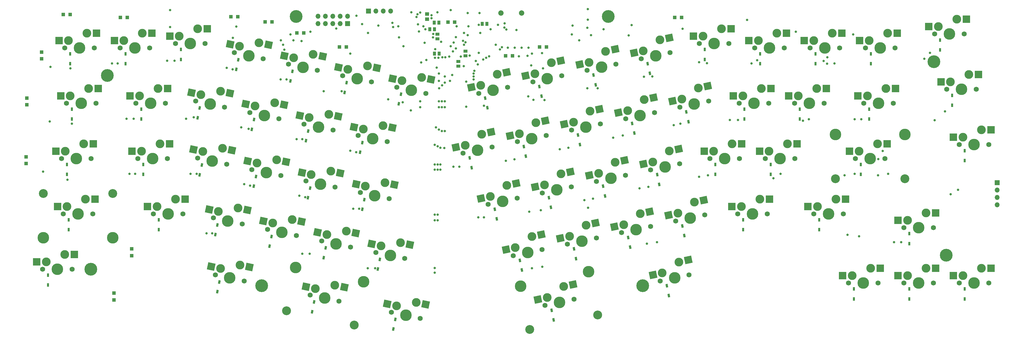
<source format=gbr>
%TF.GenerationSoftware,KiCad,Pcbnew,(6.0.7)*%
%TF.CreationDate,2022-10-19T12:52:43-04:00*%
%TF.ProjectId,main-keyboard-pcb,6d61696e-2d6b-4657-9962-6f6172642d70,1.0*%
%TF.SameCoordinates,Original*%
%TF.FileFunction,Soldermask,Bot*%
%TF.FilePolarity,Negative*%
%FSLAX46Y46*%
G04 Gerber Fmt 4.6, Leading zero omitted, Abs format (unit mm)*
G04 Created by KiCad (PCBNEW (6.0.7)) date 2022-10-19 12:52:43*
%MOMM*%
%LPD*%
G01*
G04 APERTURE LIST*
G04 Aperture macros list*
%AMRotRect*
0 Rectangle, with rotation*
0 The origin of the aperture is its center*
0 $1 length*
0 $2 width*
0 $3 Rotation angle, in degrees counterclockwise*
0 Add horizontal line*
21,1,$1,$2,0,0,$3*%
G04 Aperture macros list end*
%ADD10C,3.000000*%
%ADD11C,1.750000*%
%ADD12C,3.987800*%
%ADD13R,2.550000X2.500000*%
%ADD14RotRect,2.550000X2.500000X348.000000*%
%ADD15C,4.400000*%
%ADD16RotRect,2.550000X2.500000X12.000000*%
%ADD17C,3.048000*%
%ADD18R,1.700000X1.700000*%
%ADD19O,1.700000X1.700000*%
%ADD20C,1.850000*%
%ADD21R,1.150000X1.150000*%
%ADD22RotRect,0.750000X1.200000X348.000000*%
%ADD23RotRect,0.750000X1.200000X12.000000*%
%ADD24R,0.750000X1.200000*%
%ADD25R,1.020000X1.470000*%
%ADD26R,1.470000X1.020000*%
%ADD27R,1.450000X1.150000*%
%ADD28C,0.800000*%
G04 APERTURE END LIST*
D10*
%TO.C,SW52*%
X298336650Y-109563633D03*
D11*
X300876650Y-114643633D03*
D10*
X291986650Y-112103633D03*
D11*
X290716650Y-114643633D03*
D12*
X295796650Y-114643633D03*
D13*
X288711650Y-112103633D03*
X301638650Y-109563633D03*
%TD*%
D11*
%TO.C,SW16*%
X132391698Y-119984389D03*
D10*
X130963394Y-114487304D03*
X124224061Y-115651559D03*
D11*
X122453718Y-117872006D03*
D12*
X127422708Y-118928198D03*
D14*
X121020628Y-114970649D03*
X134193238Y-115173828D03*
%TD*%
D15*
%TO.C,H7*%
X357716650Y-100356149D03*
%TD*%
D10*
%TO.C,SW20*%
X142857771Y-119612286D03*
D11*
X151025408Y-123945116D03*
X141087428Y-121832733D03*
D12*
X146056418Y-122888925D03*
D10*
X149597104Y-118448031D03*
D14*
X139654338Y-118931376D03*
X152826948Y-119134555D03*
%TD*%
D12*
%TO.C,SW44*%
X265289544Y-136571056D03*
D10*
X266717847Y-131073971D03*
D11*
X270258534Y-135514865D03*
D10*
X261034706Y-134878705D03*
D11*
X260320554Y-137627247D03*
D16*
X257831272Y-135559615D03*
X269947691Y-130387446D03*
%TD*%
D10*
%TO.C,SW42*%
X244821242Y-96777038D03*
D12*
X243392939Y-102274123D03*
D10*
X239138101Y-100581772D03*
D11*
X238423949Y-103330314D03*
X248361929Y-101217932D03*
D16*
X235934667Y-101262682D03*
X248051086Y-96090513D03*
%TD*%
D10*
%TO.C,SW47*%
X257771812Y-96621054D03*
D11*
X257057660Y-99369596D03*
D10*
X263454953Y-92816320D03*
D12*
X262026650Y-98313405D03*
D11*
X266995640Y-97257214D03*
D16*
X254568378Y-97301964D03*
X266684797Y-92129795D03*
%TD*%
D15*
%TO.C,H4*%
X126496086Y-177483001D03*
%TD*%
D11*
%TO.C,SW58*%
X338491599Y-176556136D03*
D10*
X329601599Y-174016136D03*
D11*
X328331599Y-176556136D03*
D12*
X333411599Y-176556136D03*
D10*
X335951599Y-171476136D03*
D13*
X326326599Y-174016136D03*
X339253599Y-171476136D03*
%TD*%
D10*
%TO.C,SW1*%
X60066650Y-93053633D03*
D11*
X58796650Y-95593633D03*
D10*
X66416650Y-90513633D03*
D12*
X63876650Y-95593633D03*
D11*
X68956650Y-95593633D03*
D13*
X56791650Y-93053633D03*
X69718650Y-90513633D03*
%TD*%
D11*
%TO.C,SW3*%
X57712900Y-133693633D03*
D12*
X62792900Y-133693633D03*
D10*
X65332900Y-128613633D03*
X58982900Y-131153633D03*
D11*
X67872900Y-133693633D03*
D13*
X55707900Y-131153633D03*
X68634900Y-128613633D03*
%TD*%
D10*
%TO.C,SW10*%
X104516650Y-89013248D03*
D11*
X107056650Y-94093248D03*
D12*
X101976650Y-94093248D03*
D10*
X98166650Y-91553248D03*
D11*
X96896650Y-94093248D03*
D13*
X94891650Y-91553248D03*
X107818650Y-89013248D03*
%TD*%
D11*
%TO.C,SW31*%
X214357399Y-147397018D03*
D12*
X209388409Y-148453209D03*
D10*
X210816712Y-142956124D03*
X205133571Y-146760858D03*
D11*
X204419419Y-149509400D03*
D16*
X201930137Y-147441768D03*
X214046556Y-142269599D03*
%TD*%
D10*
%TO.C,SW27*%
X174284562Y-162646720D03*
X167545229Y-163810975D03*
D12*
X170743876Y-167087614D03*
D11*
X175712866Y-168143805D03*
X165774886Y-166031422D03*
D14*
X164341796Y-163130065D03*
X177514406Y-163333244D03*
%TD*%
D10*
%TO.C,SW38*%
X220504389Y-104542489D03*
D11*
X229728217Y-105178649D03*
X219790237Y-107291031D03*
D12*
X224759227Y-106234840D03*
D10*
X226187530Y-100737755D03*
D16*
X217300955Y-105223399D03*
X229417374Y-100051230D03*
%TD*%
D11*
%TO.C,SW40*%
X251624822Y-139475583D03*
X241686842Y-141587965D03*
D10*
X248084135Y-135034689D03*
X242400994Y-138839423D03*
D12*
X246655832Y-140531774D03*
D16*
X239197560Y-139520333D03*
X251313979Y-134348164D03*
%TD*%
D12*
%TO.C,SW39*%
X238036711Y-122888222D03*
D11*
X243005701Y-121832031D03*
D10*
X233781873Y-121195871D03*
D11*
X233067721Y-123944413D03*
D10*
X239465014Y-117391137D03*
D16*
X230578439Y-121876781D03*
X242694858Y-116704612D03*
%TD*%
D17*
%TO.C,SW57*%
X323854900Y-140678633D03*
D11*
X340872900Y-133693633D03*
D10*
X331982900Y-131153633D03*
X338332900Y-128613633D03*
D12*
X335792900Y-133693633D03*
X323854900Y-125438633D03*
D11*
X330712900Y-133693633D03*
D12*
X347730900Y-125438633D03*
D17*
X347730900Y-140678633D03*
D13*
X328707900Y-131153633D03*
X341634900Y-128613633D03*
%TD*%
D10*
%TO.C,SW62*%
X355001599Y-171476136D03*
D12*
X352461599Y-176556136D03*
D11*
X347381599Y-176556136D03*
X357541599Y-176556136D03*
D10*
X348651599Y-174016136D03*
D13*
X345376599Y-174016136D03*
X358303599Y-171476136D03*
%TD*%
D11*
%TO.C,SW30*%
X205738278Y-129753466D03*
X195800298Y-131865848D03*
D10*
X196514450Y-129117306D03*
X202197591Y-125312572D03*
D12*
X200769288Y-130809657D03*
D16*
X193311016Y-129798216D03*
X205427435Y-124626047D03*
%TD*%
D12*
%TO.C,SW23*%
X161542876Y-176168016D03*
D10*
X151690125Y-177319680D03*
D11*
X153118429Y-182816766D03*
D12*
X148149439Y-181760575D03*
D17*
X135020050Y-186110886D03*
D11*
X143180449Y-180704383D03*
D10*
X144950792Y-178483936D03*
D17*
X158374302Y-191074985D03*
D12*
X138188624Y-171203916D03*
D14*
X141747359Y-177803025D03*
X154919969Y-178006205D03*
%TD*%
D10*
%TO.C,SW9*%
X90526650Y-150203633D03*
D11*
X89256650Y-152743633D03*
D10*
X96876650Y-147663633D03*
D11*
X99416650Y-152743633D03*
D12*
X94336650Y-152743633D03*
D13*
X87251650Y-150203633D03*
X100178650Y-147663633D03*
%TD*%
D18*
%TO.C,J1*%
X156020000Y-87246000D03*
D19*
X156020000Y-84706000D03*
X153480000Y-87246000D03*
X153480000Y-84706000D03*
X150940000Y-87246000D03*
X150940000Y-84706000D03*
X148400000Y-87246000D03*
X148400000Y-84706000D03*
X145860000Y-87246000D03*
X145860000Y-84706000D03*
%TD*%
D12*
%TO.C,SW60*%
X338666650Y-114643633D03*
D10*
X334856650Y-112103633D03*
D11*
X333586650Y-114643633D03*
X343746650Y-114643633D03*
D10*
X341206650Y-109563633D03*
D13*
X331581650Y-112103633D03*
X344508650Y-109563633D03*
%TD*%
D11*
%TO.C,SW2*%
X69556650Y-114643633D03*
D12*
X64476650Y-114643633D03*
D11*
X59396650Y-114643633D03*
D10*
X60666650Y-112103633D03*
X67016650Y-109563633D03*
D13*
X57391650Y-112103633D03*
X70318650Y-109563633D03*
%TD*%
D15*
%TO.C,H3*%
X138363870Y-84806142D03*
%TD*%
D12*
%TO.C,SW43*%
X256670423Y-118927504D03*
D10*
X252415585Y-117235153D03*
D11*
X251701433Y-119983695D03*
X261639413Y-117871313D03*
D10*
X258098726Y-113430419D03*
D16*
X249212151Y-117916063D03*
X261328570Y-112743894D03*
%TD*%
D11*
%TO.C,SW34*%
X214434009Y-127905130D03*
X224371989Y-125792748D03*
D10*
X220831302Y-121351854D03*
X215148161Y-125156588D03*
D12*
X219402999Y-126848939D03*
D16*
X211944727Y-125837498D03*
X224061146Y-120665329D03*
%TD*%
D10*
%TO.C,SW67*%
X374051599Y-171476136D03*
D12*
X371511599Y-176556136D03*
D11*
X366431599Y-176556136D03*
X376591599Y-176556136D03*
D10*
X367701599Y-174016136D03*
D13*
X364426599Y-174016136D03*
X377353599Y-171476136D03*
%TD*%
D10*
%TO.C,SW22*%
X148911519Y-159850248D03*
D11*
X157079156Y-164183078D03*
D12*
X152110166Y-163126887D03*
D10*
X155650852Y-158685993D03*
D11*
X147141176Y-162070695D03*
D14*
X145708086Y-159169338D03*
X158880696Y-159372517D03*
%TD*%
D10*
%TO.C,SW18*%
X137017143Y-154725266D03*
D12*
X133476457Y-159166160D03*
D11*
X128507467Y-158109968D03*
X138445447Y-160222351D03*
D10*
X130277810Y-155889521D03*
D14*
X127074377Y-155208611D03*
X140246987Y-155411790D03*
%TD*%
D11*
%TO.C,SW25*%
X159721138Y-125793460D03*
D10*
X168230814Y-122408758D03*
D11*
X169659118Y-127905843D03*
D10*
X161491481Y-123573013D03*
D12*
X164690128Y-126849652D03*
D14*
X158288048Y-122892103D03*
X171460658Y-123095282D03*
%TD*%
D10*
%TO.C,SW7*%
X84476650Y-112103633D03*
D11*
X83206650Y-114643633D03*
D10*
X90826650Y-109563633D03*
D12*
X88286650Y-114643633D03*
D11*
X93366650Y-114643633D03*
D13*
X81201650Y-112103633D03*
X94128650Y-109563633D03*
%TD*%
D15*
%TO.C,H5*%
X245729435Y-84806142D03*
%TD*%
D11*
%TO.C,SW41*%
X260243943Y-157119135D03*
X250305963Y-159231517D03*
D10*
X251020115Y-156482975D03*
X256703256Y-152678241D03*
D12*
X255274953Y-158175326D03*
D16*
X247816681Y-157163885D03*
X259933100Y-151991716D03*
%TD*%
D20*
%TO.C,J3*%
X215919000Y-83566000D03*
X208769000Y-83566000D03*
%TD*%
D11*
%TO.C,SW14*%
X120509438Y-175885514D03*
D12*
X115540448Y-174829322D03*
D10*
X119081134Y-170388428D03*
D11*
X110571458Y-173773131D03*
D10*
X112341801Y-171552684D03*
D14*
X109138368Y-170871773D03*
X122310978Y-171074952D03*
%TD*%
D15*
%TO.C,H8*%
X361986599Y-167031136D03*
%TD*%
D12*
%TO.C,SW36*%
X236641242Y-162136043D03*
D11*
X231672252Y-163192234D03*
X241610232Y-161079852D03*
D10*
X238069545Y-156638958D03*
X232386404Y-160443692D03*
D16*
X229182970Y-161124602D03*
X241299389Y-155952433D03*
%TD*%
D18*
%TO.C,J2*%
X163271200Y-82956400D03*
D19*
X165811200Y-82956400D03*
X168351200Y-82956400D03*
X170891200Y-82956400D03*
%TD*%
D18*
%TO.C,J4*%
X379476000Y-141986000D03*
D19*
X379476000Y-144526000D03*
X379476000Y-147066000D03*
X379476000Y-149606000D03*
%TD*%
D10*
%TO.C,SW51*%
X284646650Y-89013248D03*
D11*
X277026650Y-94093248D03*
D10*
X278296650Y-91553248D03*
D12*
X282106650Y-94093248D03*
D11*
X287186650Y-94093248D03*
D13*
X275021650Y-91553248D03*
X287948650Y-89013248D03*
%TD*%
D10*
%TO.C,SW54*%
X324045419Y-147663631D03*
D12*
X321505419Y-152743631D03*
D11*
X326585419Y-152743631D03*
X316425419Y-152743631D03*
D10*
X317695419Y-150203631D03*
D13*
X314420419Y-150203631D03*
X327347419Y-147663631D03*
%TD*%
D11*
%TO.C,SW63*%
X344336650Y-95593633D03*
X334176650Y-95593633D03*
D10*
X341796650Y-90513633D03*
X335446650Y-93053633D03*
D12*
X339256650Y-95593633D03*
D13*
X332171650Y-93053633D03*
X345098650Y-90513633D03*
%TD*%
D11*
%TO.C,SW19*%
X135731377Y-101218655D03*
D12*
X140700367Y-102274847D03*
D11*
X145669357Y-103331038D03*
D10*
X144241053Y-97833953D03*
X137501720Y-98998208D03*
D14*
X134298287Y-98317298D03*
X147470897Y-98520477D03*
%TD*%
D10*
%TO.C,SW55*%
X303696650Y-90513633D03*
X297346650Y-93053633D03*
D12*
X301156650Y-95593633D03*
D11*
X306236650Y-95593633D03*
X296076650Y-95593633D03*
D13*
X294071650Y-93053633D03*
X306998650Y-90513633D03*
%TD*%
D12*
%TO.C,SW53*%
X304836650Y-133693633D03*
D11*
X299756650Y-133693633D03*
X309916650Y-133693633D03*
D10*
X301026650Y-131153633D03*
X307376650Y-128613633D03*
D13*
X297751650Y-131153633D03*
X310678650Y-128613633D03*
%TD*%
D10*
%TO.C,SW50*%
X291501669Y-150203631D03*
D11*
X300391669Y-152743631D03*
D12*
X295311669Y-152743631D03*
D10*
X297851669Y-147663631D03*
D11*
X290231669Y-152743631D03*
D13*
X288226669Y-150203631D03*
X301153669Y-147663631D03*
%TD*%
D10*
%TO.C,SW28*%
X179640699Y-183260749D03*
D11*
X171131023Y-186645451D03*
D10*
X172901366Y-184425004D03*
D11*
X181069003Y-188757834D03*
D12*
X176100013Y-187701643D03*
D14*
X169697933Y-183744094D03*
X182870543Y-183947273D03*
%TD*%
D15*
%TO.C,H1*%
X73401650Y-105118633D03*
%TD*%
D12*
%TO.C,SW45*%
X273908665Y-154214608D03*
D11*
X268939675Y-155270799D03*
D10*
X269653827Y-152522257D03*
X275336968Y-148717523D03*
D11*
X278877655Y-153158417D03*
D16*
X266450393Y-153203167D03*
X278566812Y-148030998D03*
%TD*%
D11*
%TO.C,SW49*%
X280706650Y-133693633D03*
D12*
X285786650Y-133693633D03*
D11*
X290866650Y-133693633D03*
D10*
X288326650Y-128613633D03*
X281976650Y-131153633D03*
D13*
X278701650Y-131153633D03*
X291628650Y-128613633D03*
%TD*%
D12*
%TO.C,SW5*%
X56246650Y-171793633D03*
D10*
X52436650Y-169253633D03*
X58786650Y-166713633D03*
D11*
X61326650Y-171793633D03*
X51166650Y-171793633D03*
D13*
X49161650Y-169253633D03*
X62088650Y-166713633D03*
%TD*%
D10*
%TO.C,SW61*%
X348651599Y-154966136D03*
D12*
X352461599Y-157506136D03*
D11*
X347381599Y-157506136D03*
X357541599Y-157506136D03*
D10*
X355001599Y-152426136D03*
D13*
X345376599Y-154966136D03*
X358303599Y-152426136D03*
%TD*%
D10*
%TO.C,SW8*%
X85176650Y-131153633D03*
D12*
X88986650Y-133693633D03*
D10*
X91526650Y-128613633D03*
D11*
X94066650Y-133693633D03*
X83906650Y-133693633D03*
D13*
X81901650Y-131153633D03*
X94828650Y-128613633D03*
%TD*%
D10*
%TO.C,SW26*%
X168928481Y-142032652D03*
D11*
X170356785Y-147529737D03*
X160418805Y-145417354D03*
D12*
X165387795Y-146473546D03*
D10*
X162189148Y-143196907D03*
D14*
X158985715Y-142515997D03*
X172158325Y-142719176D03*
%TD*%
D12*
%TO.C,SW37*%
X228955916Y-183245171D03*
D11*
X233924905Y-182188980D03*
D17*
X242085305Y-187595482D03*
X218731053Y-192559582D03*
D12*
X215562479Y-177652612D03*
D10*
X224701078Y-181552820D03*
X230384219Y-177748086D03*
D11*
X223986926Y-184301362D03*
D12*
X238916731Y-172688513D03*
D16*
X221497644Y-182233730D03*
X233614062Y-177061561D03*
%TD*%
D12*
%TO.C,SW13*%
X114842747Y-155205434D03*
D10*
X118383433Y-150764540D03*
D11*
X109873757Y-154149242D03*
X119811737Y-156261625D03*
D10*
X111644100Y-151928795D03*
D14*
X108440667Y-151247885D03*
X121613277Y-151451064D03*
%TD*%
D15*
%TO.C,H6*%
X257596916Y-177482353D03*
%TD*%
D11*
%TO.C,SW59*%
X315126650Y-95593633D03*
D10*
X322746650Y-90513633D03*
D12*
X320206650Y-95593633D03*
D11*
X325286650Y-95593633D03*
D10*
X316396650Y-93053633D03*
D13*
X313121650Y-93053633D03*
X326048650Y-90513633D03*
%TD*%
D12*
%TO.C,SW66*%
X371511599Y-128931152D03*
D11*
X376591599Y-128931152D03*
D10*
X367701599Y-126391152D03*
X374051599Y-123851152D03*
D11*
X366431599Y-128931152D03*
D13*
X364426599Y-126391152D03*
X377353599Y-123851152D03*
%TD*%
D12*
%TO.C,SW4*%
X51442400Y-160998633D03*
D11*
X68460400Y-152743633D03*
D12*
X63380400Y-152743633D03*
D17*
X75318400Y-145758633D03*
D12*
X75318400Y-160998633D03*
D10*
X59570400Y-150203633D03*
D11*
X58300400Y-152743633D03*
D17*
X51442400Y-145758633D03*
D10*
X65920400Y-147663633D03*
D13*
X56295400Y-150203633D03*
X69222400Y-147663633D03*
%TD*%
D10*
%TO.C,SW11*%
X105590351Y-111690833D03*
X112329684Y-110526578D03*
D11*
X113757988Y-116023663D03*
X103820008Y-113911280D03*
D12*
X108788998Y-114967472D03*
D14*
X102386918Y-111009923D03*
X115559528Y-111213102D03*
%TD*%
D10*
%TO.C,SW21*%
X150294771Y-138071925D03*
X143555438Y-139236180D03*
D11*
X151723075Y-143569010D03*
D12*
X146754085Y-142512819D03*
D11*
X141785095Y-141456627D03*
D14*
X140352005Y-138555270D03*
X153524615Y-138758449D03*
%TD*%
D10*
%TO.C,SW65*%
X363431650Y-107341149D03*
D12*
X367241650Y-109881149D03*
D10*
X369781650Y-104801149D03*
D11*
X362161650Y-109881149D03*
X372321650Y-109881149D03*
D13*
X360156650Y-107341149D03*
X373083650Y-104801149D03*
%TD*%
D10*
%TO.C,SW32*%
X219435833Y-160599676D03*
D11*
X213038540Y-167152952D03*
X222976520Y-165040570D03*
D12*
X218007530Y-166096761D03*
D10*
X213752692Y-164404410D03*
D16*
X210549258Y-165085320D03*
X222665677Y-159913151D03*
%TD*%
D11*
%TO.C,SW12*%
X114455655Y-135647556D03*
D10*
X106288018Y-131314726D03*
D12*
X109486665Y-134591365D03*
D10*
X113027351Y-130150471D03*
D11*
X104517675Y-133535173D03*
D14*
X103084585Y-130633816D03*
X116257195Y-130836995D03*
%TD*%
D11*
%TO.C,SW64*%
X357989192Y-90831142D03*
X368149192Y-90831142D03*
D10*
X365609192Y-85751142D03*
X359259192Y-88291142D03*
D12*
X363069192Y-90831142D03*
D13*
X355984192Y-88291142D03*
X368911192Y-85751142D03*
%TD*%
D11*
%TO.C,SW46*%
X273521542Y-173772467D03*
D10*
X269980855Y-169331573D03*
X264297714Y-173136307D03*
D11*
X263583562Y-175884850D03*
D12*
X268552552Y-174828659D03*
D16*
X261094280Y-173817218D03*
X273210699Y-168645049D03*
%TD*%
D11*
%TO.C,SW17*%
X133089365Y-139608283D03*
D12*
X128120375Y-138552092D03*
D10*
X124921728Y-135275453D03*
X131661061Y-134111198D03*
D11*
X123151385Y-137495900D03*
D14*
X121718295Y-134594543D03*
X134890905Y-134797722D03*
%TD*%
D11*
%TO.C,SW35*%
X223053130Y-145548682D03*
D12*
X228022120Y-144492491D03*
D10*
X229450423Y-138995406D03*
X223767282Y-142800140D03*
D11*
X232991110Y-143436300D03*
D16*
X220563848Y-143481050D03*
X232680267Y-138308881D03*
%TD*%
D10*
%TO.C,SW48*%
X276732438Y-109469701D03*
D11*
X270335145Y-116022977D03*
D10*
X271049297Y-113274435D03*
D12*
X275304135Y-114966786D03*
D11*
X280273125Y-113910595D03*
D16*
X267845863Y-113955345D03*
X279962282Y-108783176D03*
%TD*%
D12*
%TO.C,SW29*%
X177967791Y-110196282D03*
D10*
X174769144Y-106919643D03*
D11*
X182936781Y-111252473D03*
D10*
X181508477Y-105755388D03*
D11*
X172998801Y-109140090D03*
D14*
X171565711Y-106238733D03*
X184738321Y-106441912D03*
%TD*%
D12*
%TO.C,SW56*%
X314846650Y-114643633D03*
D10*
X311036650Y-112103633D03*
D11*
X309766650Y-114643633D03*
X319926650Y-114643633D03*
D10*
X317386650Y-109563633D03*
D13*
X307761650Y-112103633D03*
X320688650Y-109563633D03*
%TD*%
D12*
%TO.C,SW24*%
X159334079Y-106235565D03*
D10*
X162874765Y-101794671D03*
X156135432Y-102958926D03*
D11*
X164303069Y-107291756D03*
X154365089Y-105179373D03*
D14*
X152931999Y-102278016D03*
X166104609Y-102481195D03*
%TD*%
D12*
%TO.C,SW15*%
X122066656Y-98314129D03*
D11*
X127035646Y-99370320D03*
D10*
X125607342Y-93873235D03*
X118868009Y-95037490D03*
D11*
X117097666Y-97257937D03*
D14*
X115664576Y-94356580D03*
X128837186Y-94559759D03*
%TD*%
D10*
%TO.C,SW33*%
X207553818Y-104698473D03*
X201870677Y-108503207D03*
D12*
X206125515Y-110195558D03*
D11*
X201156525Y-111251749D03*
X211094505Y-109139367D03*
D16*
X198667243Y-109184117D03*
X210783662Y-104011948D03*
%TD*%
D15*
%TO.C,H2*%
X67734150Y-171793633D03*
%TD*%
D11*
%TO.C,SW6*%
X77846650Y-95593633D03*
D10*
X85466650Y-90513633D03*
D11*
X88006650Y-95593633D03*
D10*
X79116650Y-93053633D03*
D12*
X82926650Y-95593633D03*
D13*
X75841650Y-93053633D03*
X88768650Y-90513633D03*
%TD*%
D21*
%TO.C,R16*%
X80264000Y-85090000D03*
X77914000Y-85090000D03*
%TD*%
D22*
%TO.C,D25*%
X160400181Y-131535288D03*
X161107081Y-128209586D03*
%TD*%
D23*
%TO.C,D46*%
X266536802Y-180855010D03*
X265829902Y-177529308D03*
%TD*%
D24*
%TO.C,D59*%
X316981650Y-101068633D03*
X316981650Y-97668633D03*
%TD*%
D22*
%TO.C,D13*%
X110552800Y-159891070D03*
X111259700Y-156565368D03*
%TD*%
D24*
%TO.C,D7*%
X85061650Y-120118633D03*
X85061650Y-116718633D03*
%TD*%
D22*
%TO.C,D18*%
X129186510Y-163851796D03*
X129893410Y-160526094D03*
%TD*%
D21*
%TO.C,R11*%
X45720000Y-115221000D03*
X45720000Y-112871000D03*
%TD*%
D24*
%TO.C,D2*%
X61251650Y-120118633D03*
X61251650Y-116718633D03*
%TD*%
D22*
%TO.C,D26*%
X161097848Y-151159182D03*
X161804748Y-147833480D03*
%TD*%
D21*
%TO.C,R14*%
X75692000Y-182372000D03*
X75692000Y-180022000D03*
%TD*%
D24*
%TO.C,D67*%
X368286599Y-182031136D03*
X368286599Y-178631136D03*
%TD*%
D23*
%TO.C,D41*%
X253259188Y-164201680D03*
X252552288Y-160875978D03*
%TD*%
D21*
%TO.C,R23*%
X212757000Y-98298000D03*
X210407000Y-98298000D03*
%TD*%
D25*
%TO.C,C14*%
X185890000Y-86868000D03*
X187490000Y-86868000D03*
%TD*%
D24*
%TO.C,D57*%
X332567900Y-139168633D03*
X332567900Y-135768633D03*
%TD*%
D22*
%TO.C,D16*%
X123132761Y-123613834D03*
X123839661Y-120288132D03*
%TD*%
D21*
%TO.C,R13*%
X81788000Y-167132000D03*
X81788000Y-164782000D03*
%TD*%
D22*
%TO.C,D17*%
X123830428Y-143237728D03*
X124537328Y-139912026D03*
%TD*%
D24*
%TO.C,D8*%
X85761650Y-139168633D03*
X85761650Y-135768633D03*
%TD*%
D23*
%TO.C,D36*%
X234625477Y-168162397D03*
X233918577Y-164836695D03*
%TD*%
D24*
%TO.C,D64*%
X359844192Y-96306142D03*
X359844192Y-92906142D03*
%TD*%
D22*
%TO.C,D29*%
X173677844Y-114881918D03*
X174384744Y-111556216D03*
%TD*%
D24*
%TO.C,D62*%
X349236599Y-182031136D03*
X349236599Y-178631136D03*
%TD*%
D23*
%TO.C,D33*%
X204109750Y-116221912D03*
X203402850Y-112896210D03*
%TD*%
D22*
%TO.C,D12*%
X105196718Y-139277001D03*
X105903618Y-135951299D03*
%TD*%
D21*
%TO.C,R24*%
X222091000Y-95250000D03*
X224441000Y-95250000D03*
%TD*%
D23*
%TO.C,D45*%
X271892900Y-160240962D03*
X271186000Y-156915260D03*
%TD*%
D22*
%TO.C,D23*%
X143859493Y-186446233D03*
X144566393Y-183120531D03*
%TD*%
D26*
%TO.C,C1*%
X194170000Y-101866000D03*
X194170000Y-100246000D03*
%TD*%
D21*
%TO.C,R1*%
X190575000Y-86750000D03*
X192925000Y-86750000D03*
%TD*%
D22*
%TO.C,D15*%
X117776709Y-102999765D03*
X118483609Y-99674063D03*
%TD*%
D25*
%TO.C,C4*%
X202360000Y-87306000D03*
X203980000Y-87306000D03*
%TD*%
D24*
%TO.C,D51*%
X278881650Y-99568248D03*
X278881650Y-96168248D03*
%TD*%
D22*
%TO.C,D11*%
X104499051Y-119653108D03*
X105205951Y-116327406D03*
%TD*%
D23*
%TO.C,D42*%
X241377174Y-108300477D03*
X240670274Y-104974775D03*
%TD*%
D24*
%TO.C,D49*%
X282561650Y-139168633D03*
X282561650Y-135768633D03*
%TD*%
D23*
%TO.C,D40*%
X244640067Y-146558128D03*
X243933167Y-143232426D03*
%TD*%
D21*
%TO.C,R20*%
X155607000Y-95250000D03*
X153257000Y-95250000D03*
%TD*%
D23*
%TO.C,D34*%
X217387234Y-132875293D03*
X216680334Y-129549591D03*
%TD*%
%TO.C,D32*%
X215991765Y-172123115D03*
X215284865Y-168797413D03*
%TD*%
D24*
%TO.C,D65*%
X364016650Y-115356149D03*
X364016650Y-111956149D03*
%TD*%
D26*
%TO.C,C6*%
X186944000Y-92494000D03*
X186944000Y-90894000D03*
%TD*%
D22*
%TO.C,D19*%
X136410420Y-106960483D03*
X137117320Y-103634781D03*
%TD*%
D23*
%TO.C,D30*%
X198753523Y-136836011D03*
X198046623Y-133510309D03*
%TD*%
D24*
%TO.C,D56*%
X311621650Y-120118633D03*
X311621650Y-116718633D03*
%TD*%
%TO.C,D4*%
X60155400Y-158218633D03*
X60155400Y-154818633D03*
%TD*%
%TO.C,D55*%
X297931650Y-101068633D03*
X297931650Y-97668633D03*
%TD*%
D23*
%TO.C,D37*%
X226940166Y-189271522D03*
X226233266Y-185945820D03*
%TD*%
D22*
%TO.C,D28*%
X171810066Y-192387279D03*
X172516966Y-189061577D03*
%TD*%
D24*
%TO.C,D54*%
X318280419Y-158218631D03*
X318280419Y-154818631D03*
%TD*%
D21*
%TO.C,R17*%
X118269000Y-84836000D03*
X115919000Y-84836000D03*
%TD*%
D22*
%TO.C,D27*%
X166453929Y-171773250D03*
X167160829Y-168447548D03*
%TD*%
D24*
%TO.C,D5*%
X53021650Y-177268633D03*
X53021650Y-173868633D03*
%TD*%
D23*
%TO.C,D38*%
X222743462Y-112261194D03*
X222036562Y-108935492D03*
%TD*%
%TO.C,D31*%
X207372644Y-154479563D03*
X206665744Y-151153861D03*
%TD*%
D22*
%TO.C,D22*%
X147820219Y-167812523D03*
X148527119Y-164486821D03*
%TD*%
D23*
%TO.C,D43*%
X254654658Y-124953858D03*
X253947758Y-121628156D03*
%TD*%
D21*
%TO.C,R19*%
X140970000Y-90424000D03*
X138620000Y-90424000D03*
%TD*%
D23*
%TO.C,D48*%
X273288370Y-120993140D03*
X272581470Y-117667438D03*
%TD*%
D22*
%TO.C,D14*%
X111250501Y-179514958D03*
X111957401Y-176189256D03*
%TD*%
D21*
%TO.C,R15*%
X60611000Y-84074000D03*
X58261000Y-84074000D03*
%TD*%
%TO.C,R26*%
X268573000Y-85090000D03*
X270923000Y-85090000D03*
%TD*%
D24*
%TO.C,D52*%
X292571650Y-120118633D03*
X292571650Y-116718633D03*
%TD*%
D22*
%TO.C,D24*%
X155044132Y-110921201D03*
X155751032Y-107595499D03*
%TD*%
D24*
%TO.C,D6*%
X79701650Y-101068633D03*
X79701650Y-97668633D03*
%TD*%
D21*
%TO.C,R12*%
X45466000Y-135446000D03*
X45466000Y-133096000D03*
%TD*%
D24*
%TO.C,D9*%
X91111650Y-158218633D03*
X91111650Y-154818633D03*
%TD*%
D21*
%TO.C,R18*%
X130048000Y-86614000D03*
X127698000Y-86614000D03*
%TD*%
%TO.C,R10*%
X50800000Y-99378000D03*
X50800000Y-97028000D03*
%TD*%
D24*
%TO.C,D3*%
X59567900Y-139168633D03*
X59567900Y-135768633D03*
%TD*%
D23*
%TO.C,D39*%
X236020946Y-128914576D03*
X235314046Y-125588874D03*
%TD*%
D24*
%TO.C,D61*%
X349236599Y-162981136D03*
X349236599Y-159581136D03*
%TD*%
%TO.C,D66*%
X368286599Y-134406152D03*
X368286599Y-131006152D03*
%TD*%
%TO.C,D60*%
X335441650Y-120118633D03*
X335441650Y-116718633D03*
%TD*%
%TO.C,D58*%
X330186599Y-182031136D03*
X330186599Y-178631136D03*
%TD*%
%TO.C,D50*%
X292086669Y-158218631D03*
X292086669Y-154818631D03*
%TD*%
D27*
%TO.C,C2*%
X183388000Y-85736000D03*
X183388000Y-83936000D03*
%TD*%
D26*
%TO.C,C11*%
X196596000Y-98336000D03*
X196596000Y-96736000D03*
%TD*%
D24*
%TO.C,D63*%
X336031650Y-101068633D03*
X336031650Y-97668633D03*
%TD*%
%TO.C,D10*%
X98751650Y-99568248D03*
X98751650Y-96168248D03*
%TD*%
D23*
%TO.C,D47*%
X260010885Y-104339759D03*
X259303985Y-101014057D03*
%TD*%
%TO.C,D35*%
X226006355Y-150518845D03*
X225299455Y-147193143D03*
%TD*%
%TO.C,D44*%
X263273779Y-142597410D03*
X262566879Y-139271708D03*
%TD*%
D25*
%TO.C,C10*%
X187528000Y-97536000D03*
X185928000Y-97536000D03*
%TD*%
D22*
%TO.C,D20*%
X141766471Y-127574561D03*
X142473371Y-124248859D03*
%TD*%
D24*
%TO.C,D1*%
X60651650Y-101068633D03*
X60651650Y-97668633D03*
%TD*%
D22*
%TO.C,D21*%
X142464138Y-147198455D03*
X143171038Y-143872753D03*
%TD*%
D24*
%TO.C,D53*%
X301611650Y-139168633D03*
X301611650Y-135768633D03*
%TD*%
D25*
%TO.C,C5*%
X184366000Y-89154000D03*
X185966000Y-89154000D03*
%TD*%
D28*
X210058000Y-87122000D03*
X186182000Y-96012000D03*
X152146000Y-88900000D03*
X238506000Y-88646000D03*
X215910000Y-95536000D03*
X184912000Y-84344497D03*
X171704000Y-88392000D03*
X140250000Y-93250000D03*
X178000000Y-83311989D03*
X163068000Y-90424000D03*
X211140000Y-95506000D03*
X207010000Y-94488000D03*
X201422000Y-83566000D03*
X161036000Y-87376000D03*
X238700000Y-85926000D03*
X175260000Y-94996000D03*
X185494434Y-90794465D03*
X143250000Y-90000000D03*
X238680000Y-82276000D03*
X173482000Y-88138000D03*
X182095023Y-88154977D03*
X181356000Y-100584000D03*
X180250000Y-87500000D03*
X213570000Y-95526000D03*
X253790000Y-87766000D03*
X218290000Y-95516000D03*
X166624000Y-87884000D03*
X183127795Y-99775500D03*
X180594000Y-89916000D03*
X235712000Y-92964000D03*
X186123962Y-99045890D03*
X173736000Y-91948000D03*
X133858000Y-94488000D03*
X147828000Y-110490000D03*
X260858000Y-105410000D03*
X53848000Y-102108000D03*
X94000000Y-100000000D03*
X77000000Y-101000000D03*
X279654000Y-100838000D03*
X258000000Y-105500000D03*
X135047787Y-106500000D03*
X116500000Y-103000000D03*
X189636262Y-98805104D03*
X242062000Y-109474000D03*
X203000000Y-115500000D03*
X323500000Y-101000000D03*
X133000000Y-106500000D03*
X196850000Y-115824000D03*
X296926000Y-99822000D03*
X60706000Y-102616000D03*
X223774000Y-113538000D03*
X320960023Y-101039977D03*
X277000000Y-100500000D03*
X238500000Y-109500000D03*
X220000000Y-113500000D03*
X295000000Y-101000000D03*
X96500000Y-100000000D03*
X75000000Y-101000000D03*
X154000000Y-110500000D03*
X114500000Y-102500000D03*
X210500000Y-134500000D03*
X159037548Y-131500000D03*
X61214000Y-121666000D03*
X100500000Y-120000000D03*
X287528000Y-120396000D03*
X189484000Y-124206000D03*
X354417639Y-99314000D03*
X213500000Y-134000000D03*
X189529977Y-107529977D03*
X157000000Y-131000000D03*
X189325889Y-130095146D03*
X82500000Y-120000000D03*
X189500000Y-116000000D03*
X290322000Y-120396000D03*
X268224000Y-122174000D03*
X312674000Y-120650000D03*
X140500000Y-127000000D03*
X188636766Y-98808687D03*
X119500000Y-123000000D03*
X103136418Y-119500000D03*
X247396000Y-126492000D03*
X192500000Y-136500000D03*
X229000000Y-130500000D03*
X332740000Y-120142000D03*
X250698000Y-125730000D03*
X314706000Y-120142000D03*
X189500000Y-114000000D03*
X194500000Y-136500000D03*
X189470023Y-105470023D03*
X330454000Y-120142000D03*
X53594000Y-120904000D03*
X122000000Y-123500000D03*
X356362000Y-97282000D03*
X138500000Y-127000000D03*
X232000000Y-130000000D03*
X80000000Y-120000000D03*
X270510000Y-121666000D03*
X188500000Y-116000000D03*
X342000000Y-139000000D03*
X358000000Y-120500000D03*
X188000000Y-130000000D03*
X218500000Y-152000000D03*
X222500000Y-151500000D03*
X361500000Y-117500000D03*
X302500000Y-140500000D03*
X188500497Y-114000000D03*
X277000000Y-140000000D03*
X81000000Y-139000000D03*
X104140000Y-139000000D03*
X102000000Y-139000000D03*
X188000000Y-137500000D03*
X120500000Y-142500000D03*
X158000000Y-151000000D03*
X201000000Y-154000000D03*
X237500000Y-148000000D03*
X188529977Y-108529977D03*
X122500000Y-143000000D03*
X203000000Y-154000000D03*
X160000000Y-151000000D03*
X59690000Y-140970000D03*
X338500000Y-139500000D03*
X188468000Y-124206000D03*
X259500000Y-143500000D03*
X256500000Y-144000000D03*
X280000000Y-139500000D03*
X139500000Y-146500000D03*
X51308000Y-138176000D03*
X305000000Y-139000000D03*
X240500000Y-147500000D03*
X141500000Y-147000000D03*
X330500000Y-139000000D03*
X188000000Y-135750500D03*
X83000000Y-139000000D03*
X327000000Y-139500000D03*
X109500000Y-159500000D03*
X187452000Y-123698000D03*
X165500000Y-171500000D03*
X107500000Y-159500000D03*
X187000000Y-155000000D03*
X187500000Y-116000000D03*
X187000000Y-153000000D03*
X187500000Y-107000000D03*
X143000000Y-166500000D03*
X140500000Y-166500000D03*
X259000000Y-163000000D03*
X344000000Y-162500000D03*
X163000000Y-171500000D03*
X223000000Y-171000000D03*
X187000000Y-135750500D03*
X332000000Y-160500000D03*
X187000000Y-129500000D03*
X363500000Y-146000000D03*
X262500000Y-162500000D03*
X346500000Y-162500000D03*
X328000000Y-160000000D03*
X187500000Y-114000000D03*
X219500000Y-171500000D03*
X187529977Y-109529977D03*
X366000000Y-144500000D03*
X187000000Y-137500000D03*
X187452977Y-104393023D03*
X186000000Y-135750500D03*
X186000000Y-137500000D03*
X181000000Y-114000000D03*
X181000000Y-116000000D03*
X186690000Y-102362000D03*
X186000000Y-129000000D03*
X186000000Y-155000000D03*
X186000000Y-171373615D03*
X186436000Y-122936000D03*
X186000000Y-153000000D03*
X186000000Y-173000000D03*
X182523949Y-93876602D03*
X137414000Y-92964000D03*
X133096000Y-92964000D03*
X192532000Y-93726000D03*
X191516000Y-94996000D03*
X181064470Y-83425152D03*
X180066070Y-84051789D03*
X179750000Y-85000000D03*
X156972000Y-97536000D03*
X193294000Y-95758000D03*
X191250000Y-107000000D03*
X192024000Y-104902000D03*
X192278000Y-96774000D03*
X196010000Y-101876000D03*
X199389996Y-106437657D03*
X204724000Y-98525500D03*
X215000000Y-98525500D03*
X203708000Y-99025500D03*
X199390359Y-105438155D03*
X222919842Y-97419842D03*
X202692000Y-99575980D03*
X199377631Y-104438733D03*
X199644000Y-103475377D03*
X271250000Y-89000000D03*
X200828842Y-101260842D03*
X219202000Y-101600000D03*
X217932000Y-98298000D03*
X194989227Y-98621727D03*
X200152000Y-100076000D03*
X219456000Y-97536000D03*
X201168000Y-97282000D03*
X223266000Y-102616000D03*
X196088000Y-94488000D03*
X210666685Y-89273585D03*
X209142685Y-95403315D03*
X209957315Y-88564215D03*
X208433315Y-96112685D03*
X159069977Y-84516023D03*
X197612000Y-88138000D03*
X201168000Y-87630000D03*
X186915704Y-83340297D03*
X171500000Y-87000000D03*
X197358000Y-83566000D03*
X191516000Y-82550000D03*
X196088000Y-90436500D03*
X218186000Y-112268000D03*
X197358000Y-91186000D03*
X238760000Y-150622000D03*
X193281500Y-91886520D03*
X338582000Y-133858000D03*
X340106000Y-131064000D03*
X321056000Y-98806000D03*
X319786000Y-100076000D03*
X239776000Y-91186000D03*
X244090000Y-89226000D03*
X182845648Y-89210729D03*
X184912000Y-85344000D03*
X207772000Y-87630000D03*
X187307344Y-98985500D03*
X201676000Y-90424000D03*
X188214000Y-93472000D03*
X214122000Y-89408000D03*
X191008000Y-98552000D03*
X205232000Y-89154000D03*
X198045500Y-98215631D03*
X193548000Y-88138000D03*
X185470730Y-91957513D03*
X233426000Y-87884000D03*
X233172000Y-90932000D03*
X196642424Y-93656364D03*
X195763783Y-93179925D03*
X94996000Y-82550000D03*
X94996000Y-88392000D03*
X116586000Y-92189500D03*
X117750000Y-88250000D03*
X136398000Y-90932000D03*
X134298287Y-96201713D03*
X177800000Y-117094000D03*
X170000000Y-113289203D03*
X175006000Y-114300000D03*
X196850000Y-107188000D03*
X252750000Y-91275500D03*
X293500000Y-86000000D03*
X310250000Y-90000000D03*
X330000000Y-91000000D03*
M02*

</source>
